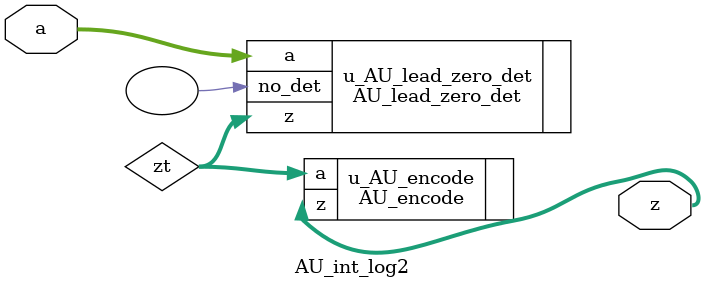
<source format=v>


module AU_int_log2 #(
    parameter integer WIDTH = 8,  // word length of input (>= 1)
    parameter integer ARCH  = 0   // architecture (0 to 2)
) (
    // Data interface
    input  [        WIDTH-1:0] a,  // input data
    output [clogb2(WIDTH)-1:0] z   // encoded output data
);


    // Calculate max(ceil(log2(x)), 1)
    function integer clogb2(input integer value);
        begin
            value = value - 1;
            for (clogb2 = 0; value > 0; clogb2 = clogb2 + 1) value = value >> 1;
            if (clogb2 < 1) clogb2 = 1;
        end
    endfunction


    // Structural model
    wire [WIDTH-1:0] zt;

    // Leading zero detection (i.e. most significant '1')
    AU_lead_zero_det #(
        .WIDTH(WIDTH),
        .ARCH (ARCH)
    ) u_AU_lead_zero_det (
        .a     (a),
        .z     (zt),
        .no_det()
    );

    // Binary encode
    AU_encode #(
        .WIDTH(WIDTH)
    ) u_AU_encode (
        .a(zt),
        .z(z)
    );


endmodule

</source>
